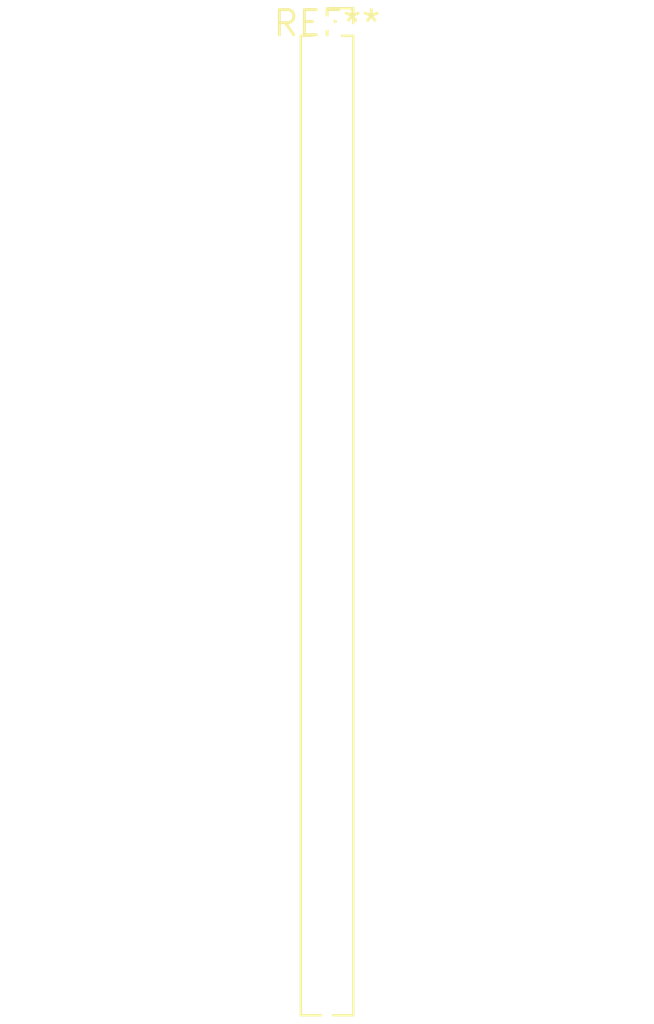
<source format=kicad_pcb>
(kicad_pcb (version 20240108) (generator pcbnew)
  (layers (0 "F.Cu" signal) (31 "B.Cu" signal) (34 "B.Paste" user) (35 "F.Paste" user) (36 "B.SilkS" user "B.Silkscreen") (37 "F.SilkS" user "F.Silkscreen") (38 "B.Mask" user) (39 "F.Mask" user) (44 "Edge.Cuts" user))
  (net 0 "")
  (footprint "PinSocket_1x40_P1.27mm_Vertical" (layer "F.Cu") (at 0 0)
    (property "Reference" "REF**")
    (property "Value" "PinSocket_1x40_P1.27mm_Vertical")
    (fp_line (start -1.33 0.635) (end -1.33 50.225) (layer "F.SilkS") (stroke (width 0.12)))
    (fp_line (start -1.33 0.635) (end -0.76 0.635) (layer "F.SilkS") (stroke (width 0.12)))
    (fp_line (start -1.33 50.225) (end -0.30753 50.225) (layer "F.SilkS") (stroke (width 0.12)))
    (fp_line (start 0 -0.76) (end 1.33 -0.76) (layer "F.SilkS") (stroke (width 0.12)))
    (fp_line (start 0.30753 50.225) (end 1.33 50.225) (layer "F.SilkS") (stroke (width 0.12)))
    (fp_line (start 0.76 0.635) (end 1.33 0.635) (layer "F.SilkS") (stroke (width 0.12)))
    (fp_line (start 1.33 -0.76) (end 1.33 0) (layer "F.SilkS") (stroke (width 0.12)))
    (fp_line (start 1.33 0.635) (end 1.33 50.225) (layer "F.SilkS") (stroke (width 0.12)))
    (pad "1" thru_hole rect (at 0 0) (size 1 1) (drill 0.7) (layers *.Cu *.Mask) (remove_unused_layers))
    (pad "2" thru_hole oval (at 0 1.27) (size 1 1) (drill 0.7) (layers *.Cu *.Mask) (remove_unused_layers))
    (pad "3" thru_hole oval (at 0 2.54) (size 1 1) (drill 0.7) (layers *.Cu *.Mask) (remove_unused_layers))
    (pad "4" thru_hole oval (at 0 3.81) (size 1 1) (drill 0.7) (layers *.Cu *.Mask) (remove_unused_layers))
    (pad "5" thru_hole oval (at 0 5.08) (size 1 1) (drill 0.7) (layers *.Cu *.Mask) (remove_unused_layers))
    (pad "6" thru_hole oval (at 0 6.35) (size 1 1) (drill 0.7) (layers *.Cu *.Mask) (remove_unused_layers))
    (pad "7" thru_hole oval (at 0 7.62) (size 1 1) (drill 0.7) (layers *.Cu *.Mask) (remove_unused_layers))
    (pad "8" thru_hole oval (at 0 8.89) (size 1 1) (drill 0.7) (layers *.Cu *.Mask) (remove_unused_layers))
    (pad "9" thru_hole oval (at 0 10.16) (size 1 1) (drill 0.7) (layers *.Cu *.Mask) (remove_unused_layers))
    (pad "10" thru_hole oval (at 0 11.43) (size 1 1) (drill 0.7) (layers *.Cu *.Mask) (remove_unused_layers))
    (pad "11" thru_hole oval (at 0 12.7) (size 1 1) (drill 0.7) (layers *.Cu *.Mask) (remove_unused_layers))
    (pad "12" thru_hole oval (at 0 13.97) (size 1 1) (drill 0.7) (layers *.Cu *.Mask) (remove_unused_layers))
    (pad "13" thru_hole oval (at 0 15.24) (size 1 1) (drill 0.7) (layers *.Cu *.Mask) (remove_unused_layers))
    (pad "14" thru_hole oval (at 0 16.51) (size 1 1) (drill 0.7) (layers *.Cu *.Mask) (remove_unused_layers))
    (pad "15" thru_hole oval (at 0 17.78) (size 1 1) (drill 0.7) (layers *.Cu *.Mask) (remove_unused_layers))
    (pad "16" thru_hole oval (at 0 19.05) (size 1 1) (drill 0.7) (layers *.Cu *.Mask) (remove_unused_layers))
    (pad "17" thru_hole oval (at 0 20.32) (size 1 1) (drill 0.7) (layers *.Cu *.Mask) (remove_unused_layers))
    (pad "18" thru_hole oval (at 0 21.59) (size 1 1) (drill 0.7) (layers *.Cu *.Mask) (remove_unused_layers))
    (pad "19" thru_hole oval (at 0 22.86) (size 1 1) (drill 0.7) (layers *.Cu *.Mask) (remove_unused_layers))
    (pad "20" thru_hole oval (at 0 24.13) (size 1 1) (drill 0.7) (layers *.Cu *.Mask) (remove_unused_layers))
    (pad "21" thru_hole oval (at 0 25.4) (size 1 1) (drill 0.7) (layers *.Cu *.Mask) (remove_unused_layers))
    (pad "22" thru_hole oval (at 0 26.67) (size 1 1) (drill 0.7) (layers *.Cu *.Mask) (remove_unused_layers))
    (pad "23" thru_hole oval (at 0 27.94) (size 1 1) (drill 0.7) (layers *.Cu *.Mask) (remove_unused_layers))
    (pad "24" thru_hole oval (at 0 29.21) (size 1 1) (drill 0.7) (layers *.Cu *.Mask) (remove_unused_layers))
    (pad "25" thru_hole oval (at 0 30.48) (size 1 1) (drill 0.7) (layers *.Cu *.Mask) (remove_unused_layers))
    (pad "26" thru_hole oval (at 0 31.75) (size 1 1) (drill 0.7) (layers *.Cu *.Mask) (remove_unused_layers))
    (pad "27" thru_hole oval (at 0 33.02) (size 1 1) (drill 0.7) (layers *.Cu *.Mask) (remove_unused_layers))
    (pad "28" thru_hole oval (at 0 34.29) (size 1 1) (drill 0.7) (layers *.Cu *.Mask) (remove_unused_layers))
    (pad "29" thru_hole oval (at 0 35.56) (size 1 1) (drill 0.7) (layers *.Cu *.Mask) (remove_unused_layers))
    (pad "30" thru_hole oval (at 0 36.83) (size 1 1) (drill 0.7) (layers *.Cu *.Mask) (remove_unused_layers))
    (pad "31" thru_hole oval (at 0 38.1) (size 1 1) (drill 0.7) (layers *.Cu *.Mask) (remove_unused_layers))
    (pad "32" thru_hole oval (at 0 39.37) (size 1 1) (drill 0.7) (layers *.Cu *.Mask) (remove_unused_layers))
    (pad "33" thru_hole oval (at 0 40.64) (size 1 1) (drill 0.7) (layers *.Cu *.Mask) (remove_unused_layers))
    (pad "34" thru_hole oval (at 0 41.91) (size 1 1) (drill 0.7) (layers *.Cu *.Mask) (remove_unused_layers))
    (pad "35" thru_hole oval (at 0 43.18) (size 1 1) (drill 0.7) (layers *.Cu *.Mask) (remove_unused_layers))
    (pad "36" thru_hole oval (at 0 44.45) (size 1 1) (drill 0.7) (layers *.Cu *.Mask) (remove_unused_layers))
    (pad "37" thru_hole oval (at 0 45.72) (size 1 1) (drill 0.7) (layers *.Cu *.Mask) (remove_unused_layers))
    (pad "38" thru_hole oval (at 0 46.99) (size 1 1) (drill 0.7) (layers *.Cu *.Mask) (remove_unused_layers))
    (pad "39" thru_hole oval (at 0 48.26) (size 1 1) (drill 0.7) (layers *.Cu *.Mask) (remove_unused_layers))
    (pad "40" thru_hole oval (at 0 49.53) (size 1 1) (drill 0.7) (layers *.Cu *.Mask) (remove_unused_layers))
  )
)
</source>
